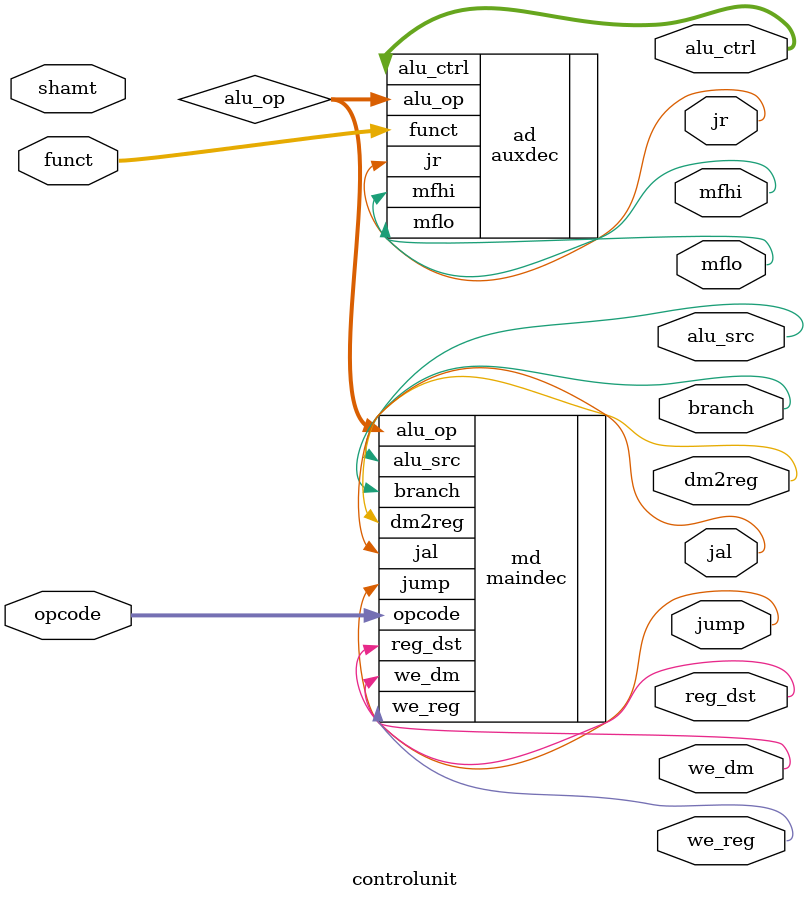
<source format=v>
module controlunit (
        input  wire [5:0]  opcode,
        input  wire [5:0]  funct,
        // EDIT: ADDED NEW INPUTS 
        input  wire [4:0]  shamt,
        output wire        branch,
        output wire        jump,
        output wire        reg_dst,
        output wire        we_reg,
        output wire        alu_src,
        output wire        we_dm,
        output wire        dm2reg,
        output wire [3:0]  alu_ctrl, // EDIT: CHANGED NUMBER OF BITS 
        // EDIT: ADDED NEW OUTPUTS 
        output wire        jal,
        output wire        jr,
        output wire        mfhi,
        output wire        mflo
    );
    
    wire [1:0] alu_op;

    // EDIT: ADDED NEW OUTPUT 
    maindec md (
        .opcode         (opcode),
        .branch         (branch),
        .jump           (jump),
        .reg_dst        (reg_dst),
        .we_reg         (we_reg),
        .alu_src        (alu_src),
        .we_dm          (we_dm),
        .dm2reg         (dm2reg),
        .alu_op         (alu_op), 
        .jal            (jal)
    );

    // EDIT: ADDED NEW INPUT AND OUTPUTS 
    auxdec ad (
        .alu_op         (alu_op),
        .funct          (funct),
        .alu_ctrl       (alu_ctrl), 
        .jr             (jr), 
        .mfhi           (mfhi), 
        .mflo           (mflo)
    );

endmodule
</source>
